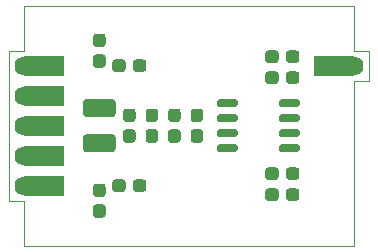
<source format=gbr>
%TF.GenerationSoftware,KiCad,Pcbnew,(5.1.6)-1*%
%TF.CreationDate,2021-04-06T00:06:40+02:00*%
%TF.ProjectId,10_Audio_Facile,31305f41-7564-4696-9f5f-466163696c65,rev?*%
%TF.SameCoordinates,Original*%
%TF.FileFunction,Soldermask,Top*%
%TF.FilePolarity,Negative*%
%FSLAX46Y46*%
G04 Gerber Fmt 4.6, Leading zero omitted, Abs format (unit mm)*
G04 Created by KiCad (PCBNEW (5.1.6)-1) date 2021-04-06 00:06:40*
%MOMM*%
%LPD*%
G01*
G04 APERTURE LIST*
%TA.AperFunction,Profile*%
%ADD10C,0.050000*%
%TD*%
%ADD11R,2.624000X1.800000*%
%ADD12C,1.624000*%
%ADD13R,1.800000X1.800000*%
G04 APERTURE END LIST*
D10*
X130810000Y-67310000D02*
X129540000Y-67310000D01*
X130810000Y-64770000D02*
X130810000Y-67310000D01*
X129540000Y-64770000D02*
X130810000Y-64770000D01*
X129540000Y-60960000D02*
X129540000Y-64770000D01*
X129540000Y-67310000D02*
X129540000Y-81280000D01*
X101600000Y-60960000D02*
X129540000Y-60960000D01*
X101600000Y-77470000D02*
X101600000Y-81280000D01*
X100330000Y-77470000D02*
X101600000Y-77470000D01*
X101600000Y-60960000D02*
X101600000Y-64770000D01*
X101600000Y-64770000D02*
X100330000Y-64770000D01*
X129540000Y-81280000D02*
X101600000Y-81280000D01*
X100330000Y-77470000D02*
X100330000Y-64770000D01*
%TO.C,C1*%
G36*
G01*
X109057456Y-73370000D02*
X106842544Y-73370000D01*
G75*
G02*
X106575000Y-73102456I0J267544D01*
G01*
X106575000Y-72112544D01*
G75*
G02*
X106842544Y-71845000I267544J0D01*
G01*
X109057456Y-71845000D01*
G75*
G02*
X109325000Y-72112544I0J-267544D01*
G01*
X109325000Y-73102456D01*
G75*
G02*
X109057456Y-73370000I-267544J0D01*
G01*
G37*
G36*
G01*
X109057456Y-70395000D02*
X106842544Y-70395000D01*
G75*
G02*
X106575000Y-70127456I0J267544D01*
G01*
X106575000Y-69137544D01*
G75*
G02*
X106842544Y-68870000I267544J0D01*
G01*
X109057456Y-68870000D01*
G75*
G02*
X109325000Y-69137544I0J-267544D01*
G01*
X109325000Y-70127456D01*
G75*
G02*
X109057456Y-70395000I-267544J0D01*
G01*
G37*
%TD*%
%TO.C,C2*%
G36*
G01*
X110752500Y-70820000D02*
X110227500Y-70820000D01*
G75*
G02*
X109965000Y-70557500I0J262500D01*
G01*
X109965000Y-69932500D01*
G75*
G02*
X110227500Y-69670000I262500J0D01*
G01*
X110752500Y-69670000D01*
G75*
G02*
X111015000Y-69932500I0J-262500D01*
G01*
X111015000Y-70557500D01*
G75*
G02*
X110752500Y-70820000I-262500J0D01*
G01*
G37*
G36*
G01*
X110752500Y-72570000D02*
X110227500Y-72570000D01*
G75*
G02*
X109965000Y-72307500I0J262500D01*
G01*
X109965000Y-71682500D01*
G75*
G02*
X110227500Y-71420000I262500J0D01*
G01*
X110752500Y-71420000D01*
G75*
G02*
X111015000Y-71682500I0J-262500D01*
G01*
X111015000Y-72307500D01*
G75*
G02*
X110752500Y-72570000I-262500J0D01*
G01*
G37*
%TD*%
%TO.C,C3*%
G36*
G01*
X112657500Y-72570000D02*
X112132500Y-72570000D01*
G75*
G02*
X111870000Y-72307500I0J262500D01*
G01*
X111870000Y-71682500D01*
G75*
G02*
X112132500Y-71420000I262500J0D01*
G01*
X112657500Y-71420000D01*
G75*
G02*
X112920000Y-71682500I0J-262500D01*
G01*
X112920000Y-72307500D01*
G75*
G02*
X112657500Y-72570000I-262500J0D01*
G01*
G37*
G36*
G01*
X112657500Y-70820000D02*
X112132500Y-70820000D01*
G75*
G02*
X111870000Y-70557500I0J262500D01*
G01*
X111870000Y-69932500D01*
G75*
G02*
X112132500Y-69670000I262500J0D01*
G01*
X112657500Y-69670000D01*
G75*
G02*
X112920000Y-69932500I0J-262500D01*
G01*
X112920000Y-70557500D01*
G75*
G02*
X112657500Y-70820000I-262500J0D01*
G01*
G37*
%TD*%
%TO.C,C4*%
G36*
G01*
X114562500Y-70820000D02*
X114037500Y-70820000D01*
G75*
G02*
X113775000Y-70557500I0J262500D01*
G01*
X113775000Y-69932500D01*
G75*
G02*
X114037500Y-69670000I262500J0D01*
G01*
X114562500Y-69670000D01*
G75*
G02*
X114825000Y-69932500I0J-262500D01*
G01*
X114825000Y-70557500D01*
G75*
G02*
X114562500Y-70820000I-262500J0D01*
G01*
G37*
G36*
G01*
X114562500Y-72570000D02*
X114037500Y-72570000D01*
G75*
G02*
X113775000Y-72307500I0J262500D01*
G01*
X113775000Y-71682500D01*
G75*
G02*
X114037500Y-71420000I262500J0D01*
G01*
X114562500Y-71420000D01*
G75*
G02*
X114825000Y-71682500I0J-262500D01*
G01*
X114825000Y-72307500D01*
G75*
G02*
X114562500Y-72570000I-262500J0D01*
G01*
G37*
%TD*%
%TO.C,C5*%
G36*
G01*
X116467500Y-72570000D02*
X115942500Y-72570000D01*
G75*
G02*
X115680000Y-72307500I0J262500D01*
G01*
X115680000Y-71682500D01*
G75*
G02*
X115942500Y-71420000I262500J0D01*
G01*
X116467500Y-71420000D01*
G75*
G02*
X116730000Y-71682500I0J-262500D01*
G01*
X116730000Y-72307500D01*
G75*
G02*
X116467500Y-72570000I-262500J0D01*
G01*
G37*
G36*
G01*
X116467500Y-70820000D02*
X115942500Y-70820000D01*
G75*
G02*
X115680000Y-70557500I0J262500D01*
G01*
X115680000Y-69932500D01*
G75*
G02*
X115942500Y-69670000I262500J0D01*
G01*
X116467500Y-69670000D01*
G75*
G02*
X116730000Y-69932500I0J-262500D01*
G01*
X116730000Y-70557500D01*
G75*
G02*
X116467500Y-70820000I-262500J0D01*
G01*
G37*
%TD*%
%TO.C,C6*%
G36*
G01*
X108212500Y-64470000D02*
X107687500Y-64470000D01*
G75*
G02*
X107425000Y-64207500I0J262500D01*
G01*
X107425000Y-63582500D01*
G75*
G02*
X107687500Y-63320000I262500J0D01*
G01*
X108212500Y-63320000D01*
G75*
G02*
X108475000Y-63582500I0J-262500D01*
G01*
X108475000Y-64207500D01*
G75*
G02*
X108212500Y-64470000I-262500J0D01*
G01*
G37*
G36*
G01*
X108212500Y-66220000D02*
X107687500Y-66220000D01*
G75*
G02*
X107425000Y-65957500I0J262500D01*
G01*
X107425000Y-65332500D01*
G75*
G02*
X107687500Y-65070000I262500J0D01*
G01*
X108212500Y-65070000D01*
G75*
G02*
X108475000Y-65332500I0J-262500D01*
G01*
X108475000Y-65957500D01*
G75*
G02*
X108212500Y-66220000I-262500J0D01*
G01*
G37*
%TD*%
%TO.C,C7*%
G36*
G01*
X123744000Y-77224500D02*
X123744000Y-76699500D01*
G75*
G02*
X124006500Y-76437000I262500J0D01*
G01*
X124631500Y-76437000D01*
G75*
G02*
X124894000Y-76699500I0J-262500D01*
G01*
X124894000Y-77224500D01*
G75*
G02*
X124631500Y-77487000I-262500J0D01*
G01*
X124006500Y-77487000D01*
G75*
G02*
X123744000Y-77224500I0J262500D01*
G01*
G37*
G36*
G01*
X121994000Y-77224500D02*
X121994000Y-76699500D01*
G75*
G02*
X122256500Y-76437000I262500J0D01*
G01*
X122881500Y-76437000D01*
G75*
G02*
X123144000Y-76699500I0J-262500D01*
G01*
X123144000Y-77224500D01*
G75*
G02*
X122881500Y-77487000I-262500J0D01*
G01*
X122256500Y-77487000D01*
G75*
G02*
X121994000Y-77224500I0J262500D01*
G01*
G37*
%TD*%
%TO.C,C8*%
G36*
G01*
X121994000Y-65540500D02*
X121994000Y-65015500D01*
G75*
G02*
X122256500Y-64753000I262500J0D01*
G01*
X122881500Y-64753000D01*
G75*
G02*
X123144000Y-65015500I0J-262500D01*
G01*
X123144000Y-65540500D01*
G75*
G02*
X122881500Y-65803000I-262500J0D01*
G01*
X122256500Y-65803000D01*
G75*
G02*
X121994000Y-65540500I0J262500D01*
G01*
G37*
G36*
G01*
X123744000Y-65540500D02*
X123744000Y-65015500D01*
G75*
G02*
X124006500Y-64753000I262500J0D01*
G01*
X124631500Y-64753000D01*
G75*
G02*
X124894000Y-65015500I0J-262500D01*
G01*
X124894000Y-65540500D01*
G75*
G02*
X124631500Y-65803000I-262500J0D01*
G01*
X124006500Y-65803000D01*
G75*
G02*
X123744000Y-65540500I0J262500D01*
G01*
G37*
%TD*%
%TO.C,C9*%
G36*
G01*
X108212500Y-78920000D02*
X107687500Y-78920000D01*
G75*
G02*
X107425000Y-78657500I0J262500D01*
G01*
X107425000Y-78032500D01*
G75*
G02*
X107687500Y-77770000I262500J0D01*
G01*
X108212500Y-77770000D01*
G75*
G02*
X108475000Y-78032500I0J-262500D01*
G01*
X108475000Y-78657500D01*
G75*
G02*
X108212500Y-78920000I-262500J0D01*
G01*
G37*
G36*
G01*
X108212500Y-77170000D02*
X107687500Y-77170000D01*
G75*
G02*
X107425000Y-76907500I0J262500D01*
G01*
X107425000Y-76282500D01*
G75*
G02*
X107687500Y-76020000I262500J0D01*
G01*
X108212500Y-76020000D01*
G75*
G02*
X108475000Y-76282500I0J-262500D01*
G01*
X108475000Y-76907500D01*
G75*
G02*
X108212500Y-77170000I-262500J0D01*
G01*
G37*
%TD*%
%TO.C,FB1*%
G36*
G01*
X110190000Y-65777500D02*
X110190000Y-66302500D01*
G75*
G02*
X109927500Y-66565000I-262500J0D01*
G01*
X109302500Y-66565000D01*
G75*
G02*
X109040000Y-66302500I0J262500D01*
G01*
X109040000Y-65777500D01*
G75*
G02*
X109302500Y-65515000I262500J0D01*
G01*
X109927500Y-65515000D01*
G75*
G02*
X110190000Y-65777500I0J-262500D01*
G01*
G37*
G36*
G01*
X111940000Y-65777500D02*
X111940000Y-66302500D01*
G75*
G02*
X111677500Y-66565000I-262500J0D01*
G01*
X111052500Y-66565000D01*
G75*
G02*
X110790000Y-66302500I0J262500D01*
G01*
X110790000Y-65777500D01*
G75*
G02*
X111052500Y-65515000I262500J0D01*
G01*
X111677500Y-65515000D01*
G75*
G02*
X111940000Y-65777500I0J-262500D01*
G01*
G37*
%TD*%
%TO.C,FB2*%
G36*
G01*
X111940000Y-75937500D02*
X111940000Y-76462500D01*
G75*
G02*
X111677500Y-76725000I-262500J0D01*
G01*
X111052500Y-76725000D01*
G75*
G02*
X110790000Y-76462500I0J262500D01*
G01*
X110790000Y-75937500D01*
G75*
G02*
X111052500Y-75675000I262500J0D01*
G01*
X111677500Y-75675000D01*
G75*
G02*
X111940000Y-75937500I0J-262500D01*
G01*
G37*
G36*
G01*
X110190000Y-75937500D02*
X110190000Y-76462500D01*
G75*
G02*
X109927500Y-76725000I-262500J0D01*
G01*
X109302500Y-76725000D01*
G75*
G02*
X109040000Y-76462500I0J262500D01*
G01*
X109040000Y-75937500D01*
G75*
G02*
X109302500Y-75675000I262500J0D01*
G01*
X109927500Y-75675000D01*
G75*
G02*
X110190000Y-75937500I0J-262500D01*
G01*
G37*
%TD*%
D11*
%TO.C,J1*%
X102870000Y-68580000D03*
X102870000Y-68580000D03*
D12*
X101600000Y-68580000D03*
D13*
X104140000Y-68580000D03*
%TD*%
%TO.C,J2*%
X104140000Y-71120000D03*
D12*
X101600000Y-71120000D03*
D11*
X102870000Y-71120000D03*
X102870000Y-71120000D03*
%TD*%
D13*
%TO.C,J3*%
X104140000Y-73660000D03*
D12*
X101600000Y-73660000D03*
D11*
X102870000Y-73660000D03*
X102870000Y-73660000D03*
%TD*%
%TO.C,J4*%
X128270000Y-66040000D03*
X128270000Y-66040000D03*
D12*
X129540000Y-66040000D03*
D13*
X127000000Y-66040000D03*
%TD*%
%TO.C,J5*%
X104140000Y-66040000D03*
D12*
X101600000Y-66040000D03*
D11*
X102870000Y-66040000D03*
X102870000Y-66040000D03*
%TD*%
%TO.C,J6*%
X102870000Y-76200000D03*
X102870000Y-76200000D03*
D12*
X101600000Y-76200000D03*
D13*
X104140000Y-76200000D03*
%TD*%
%TO.C,R1*%
G36*
G01*
X124894000Y-74921500D02*
X124894000Y-75446500D01*
G75*
G02*
X124631500Y-75709000I-262500J0D01*
G01*
X124006500Y-75709000D01*
G75*
G02*
X123744000Y-75446500I0J262500D01*
G01*
X123744000Y-74921500D01*
G75*
G02*
X124006500Y-74659000I262500J0D01*
G01*
X124631500Y-74659000D01*
G75*
G02*
X124894000Y-74921500I0J-262500D01*
G01*
G37*
G36*
G01*
X123144000Y-74921500D02*
X123144000Y-75446500D01*
G75*
G02*
X122881500Y-75709000I-262500J0D01*
G01*
X122256500Y-75709000D01*
G75*
G02*
X121994000Y-75446500I0J262500D01*
G01*
X121994000Y-74921500D01*
G75*
G02*
X122256500Y-74659000I262500J0D01*
G01*
X122881500Y-74659000D01*
G75*
G02*
X123144000Y-74921500I0J-262500D01*
G01*
G37*
%TD*%
%TO.C,R2*%
G36*
G01*
X123144000Y-66793500D02*
X123144000Y-67318500D01*
G75*
G02*
X122881500Y-67581000I-262500J0D01*
G01*
X122256500Y-67581000D01*
G75*
G02*
X121994000Y-67318500I0J262500D01*
G01*
X121994000Y-66793500D01*
G75*
G02*
X122256500Y-66531000I262500J0D01*
G01*
X122881500Y-66531000D01*
G75*
G02*
X123144000Y-66793500I0J-262500D01*
G01*
G37*
G36*
G01*
X124894000Y-66793500D02*
X124894000Y-67318500D01*
G75*
G02*
X124631500Y-67581000I-262500J0D01*
G01*
X124006500Y-67581000D01*
G75*
G02*
X123744000Y-67318500I0J262500D01*
G01*
X123744000Y-66793500D01*
G75*
G02*
X124006500Y-66531000I262500J0D01*
G01*
X124631500Y-66531000D01*
G75*
G02*
X124894000Y-66793500I0J-262500D01*
G01*
G37*
%TD*%
%TO.C,U1*%
G36*
G01*
X124912000Y-72850000D02*
X124912000Y-73200000D01*
G75*
G02*
X124737000Y-73375000I-175000J0D01*
G01*
X123337000Y-73375000D01*
G75*
G02*
X123162000Y-73200000I0J175000D01*
G01*
X123162000Y-72850000D01*
G75*
G02*
X123337000Y-72675000I175000J0D01*
G01*
X124737000Y-72675000D01*
G75*
G02*
X124912000Y-72850000I0J-175000D01*
G01*
G37*
G36*
G01*
X124912000Y-71580000D02*
X124912000Y-71930000D01*
G75*
G02*
X124737000Y-72105000I-175000J0D01*
G01*
X123337000Y-72105000D01*
G75*
G02*
X123162000Y-71930000I0J175000D01*
G01*
X123162000Y-71580000D01*
G75*
G02*
X123337000Y-71405000I175000J0D01*
G01*
X124737000Y-71405000D01*
G75*
G02*
X124912000Y-71580000I0J-175000D01*
G01*
G37*
G36*
G01*
X124912000Y-70310000D02*
X124912000Y-70660000D01*
G75*
G02*
X124737000Y-70835000I-175000J0D01*
G01*
X123337000Y-70835000D01*
G75*
G02*
X123162000Y-70660000I0J175000D01*
G01*
X123162000Y-70310000D01*
G75*
G02*
X123337000Y-70135000I175000J0D01*
G01*
X124737000Y-70135000D01*
G75*
G02*
X124912000Y-70310000I0J-175000D01*
G01*
G37*
G36*
G01*
X124912000Y-69040000D02*
X124912000Y-69390000D01*
G75*
G02*
X124737000Y-69565000I-175000J0D01*
G01*
X123337000Y-69565000D01*
G75*
G02*
X123162000Y-69390000I0J175000D01*
G01*
X123162000Y-69040000D01*
G75*
G02*
X123337000Y-68865000I175000J0D01*
G01*
X124737000Y-68865000D01*
G75*
G02*
X124912000Y-69040000I0J-175000D01*
G01*
G37*
G36*
G01*
X119662000Y-69040000D02*
X119662000Y-69390000D01*
G75*
G02*
X119487000Y-69565000I-175000J0D01*
G01*
X118087000Y-69565000D01*
G75*
G02*
X117912000Y-69390000I0J175000D01*
G01*
X117912000Y-69040000D01*
G75*
G02*
X118087000Y-68865000I175000J0D01*
G01*
X119487000Y-68865000D01*
G75*
G02*
X119662000Y-69040000I0J-175000D01*
G01*
G37*
G36*
G01*
X119662000Y-70310000D02*
X119662000Y-70660000D01*
G75*
G02*
X119487000Y-70835000I-175000J0D01*
G01*
X118087000Y-70835000D01*
G75*
G02*
X117912000Y-70660000I0J175000D01*
G01*
X117912000Y-70310000D01*
G75*
G02*
X118087000Y-70135000I175000J0D01*
G01*
X119487000Y-70135000D01*
G75*
G02*
X119662000Y-70310000I0J-175000D01*
G01*
G37*
G36*
G01*
X119662000Y-71580000D02*
X119662000Y-71930000D01*
G75*
G02*
X119487000Y-72105000I-175000J0D01*
G01*
X118087000Y-72105000D01*
G75*
G02*
X117912000Y-71930000I0J175000D01*
G01*
X117912000Y-71580000D01*
G75*
G02*
X118087000Y-71405000I175000J0D01*
G01*
X119487000Y-71405000D01*
G75*
G02*
X119662000Y-71580000I0J-175000D01*
G01*
G37*
G36*
G01*
X119662000Y-72850000D02*
X119662000Y-73200000D01*
G75*
G02*
X119487000Y-73375000I-175000J0D01*
G01*
X118087000Y-73375000D01*
G75*
G02*
X117912000Y-73200000I0J175000D01*
G01*
X117912000Y-72850000D01*
G75*
G02*
X118087000Y-72675000I175000J0D01*
G01*
X119487000Y-72675000D01*
G75*
G02*
X119662000Y-72850000I0J-175000D01*
G01*
G37*
%TD*%
M02*

</source>
